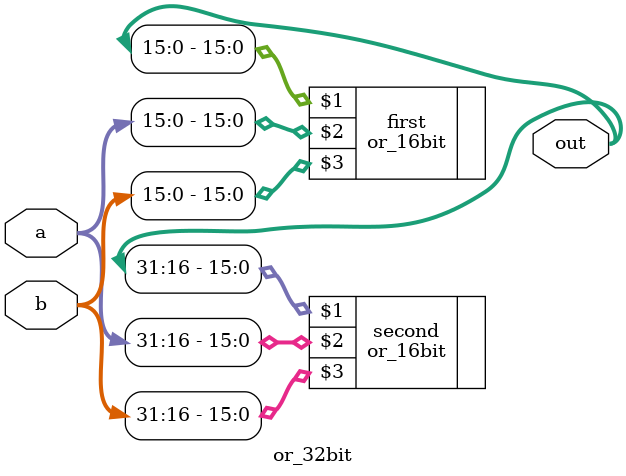
<source format=v>
module or_32bit(output [31:0] out , input [31:0] a , input [31:0] b);
	or_16bit first(out[15:0] , a[15:0] , b[15:0]);
	or_16bit second(out[31:16] , a[31:16] ,  b[31:16]);
endmodule 
</source>
